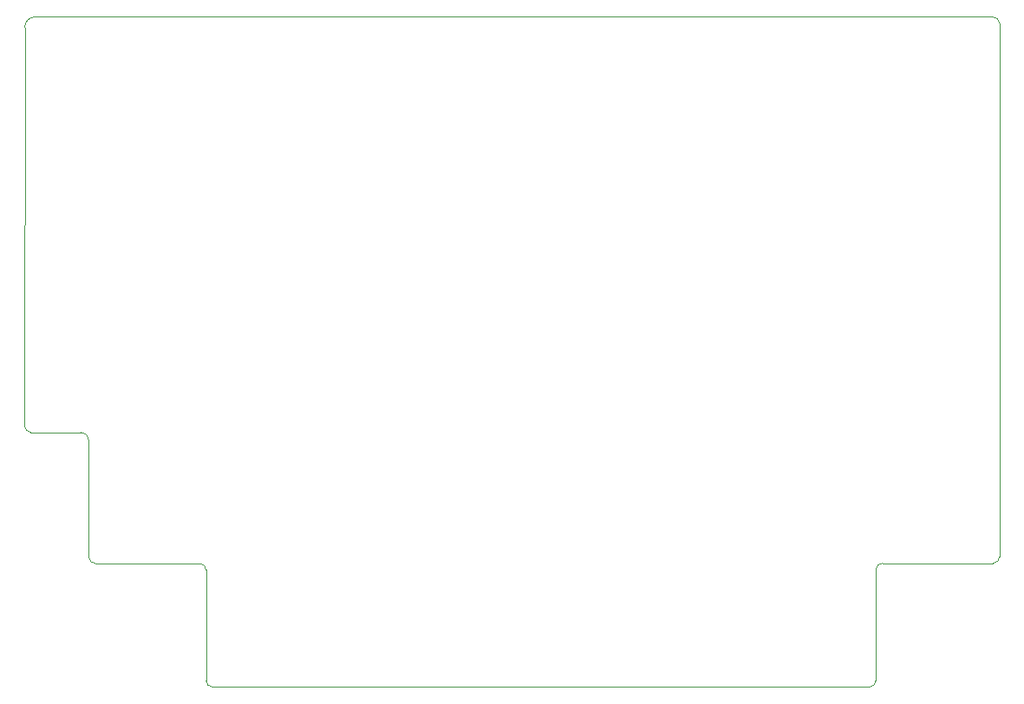
<source format=gm1>
G04 #@! TF.GenerationSoftware,KiCad,Pcbnew,7.0.10*
G04 #@! TF.CreationDate,2024-06-01T12:23:42+09:00*
G04 #@! TF.ProjectId,simple_megarom_cartridge,73696d70-6c65-45f6-9d65-6761726f6d5f,rev?*
G04 #@! TF.SameCoordinates,Original*
G04 #@! TF.FileFunction,Profile,NP*
%FSLAX46Y46*%
G04 Gerber Fmt 4.6, Leading zero omitted, Abs format (unit mm)*
G04 Created by KiCad (PCBNEW 7.0.10) date 2024-06-01 12:23:42*
%MOMM*%
%LPD*%
G01*
G04 APERTURE LIST*
G04 #@! TA.AperFunction,Profile*
%ADD10C,0.050000*%
G04 #@! TD*
G04 APERTURE END LIST*
D10*
X49940000Y-51045000D02*
X49934255Y-89975000D01*
X50529000Y-90599977D02*
X55460000Y-90599977D01*
X50960000Y-50025000D02*
X144460000Y-50025000D01*
X56185013Y-102758987D02*
X56185013Y-91328987D01*
X67013600Y-103397600D02*
X56853600Y-103397600D01*
X67648600Y-114827600D02*
X67648600Y-104032600D01*
X132418600Y-115462600D02*
X68283600Y-115462600D01*
X133053601Y-104032600D02*
X133053600Y-114827600D01*
X144509135Y-103368569D02*
X133714135Y-103368570D01*
X145160000Y-50725000D02*
X145153570Y-102725000D01*
X50960000Y-50025000D02*
G75*
G03*
X49940000Y-51045000I0J-1020000D01*
G01*
X49934255Y-89975000D02*
G75*
G03*
X50529000Y-90599977I625746J1D01*
G01*
X56185012Y-91328987D02*
G75*
G03*
X55460000Y-90599977I-725013J3986D01*
G01*
X56185014Y-102758987D02*
G75*
G03*
X56853569Y-103400810I674986J33987D01*
G01*
X67648600Y-104032600D02*
G75*
G03*
X67013600Y-103397600I-634999J1D01*
G01*
X67648600Y-114827600D02*
G75*
G03*
X68283600Y-115462600I634999J-1D01*
G01*
X132418600Y-115462600D02*
G75*
G03*
X133053600Y-114827600I0J635000D01*
G01*
X133714135Y-103368571D02*
G75*
G03*
X133053602Y-104032600I-4135J-656429D01*
G01*
X145160000Y-50725000D02*
G75*
G03*
X144460000Y-50025000I-700000J0D01*
G01*
X144509135Y-103368569D02*
G75*
G03*
X145153570Y-102725000I865J643569D01*
G01*
M02*

</source>
